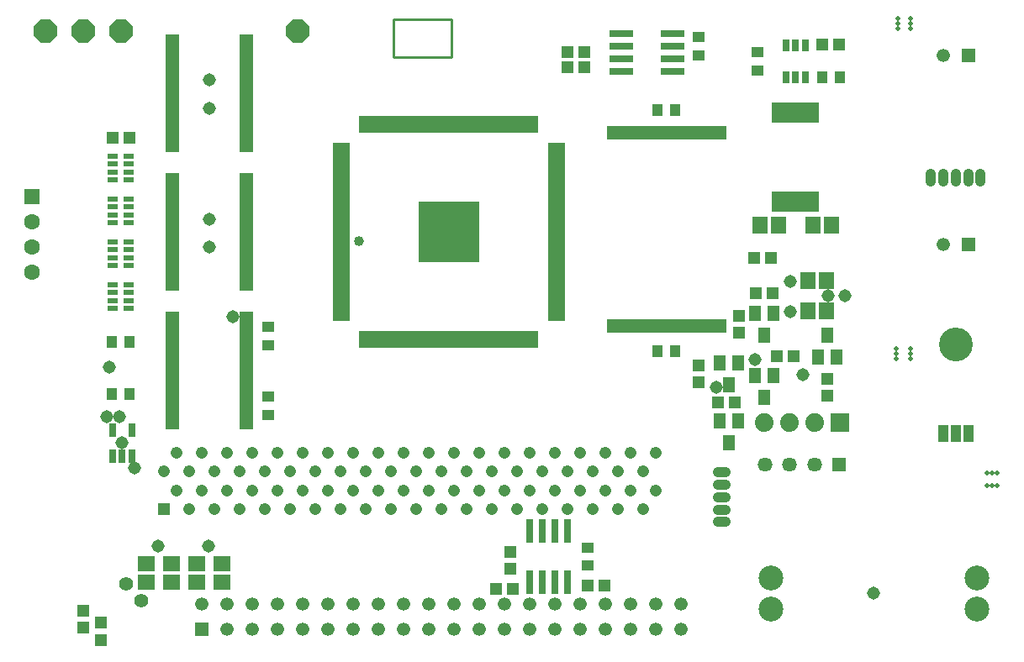
<source format=gts>
G75*
%MOIN*%
%OFA0B0*%
%FSLAX25Y25*%
%IPPOS*%
%LPD*%
%AMOC8*
5,1,8,0,0,1.08239X$1,22.5*
%
%ADD10C,0.13398*%
%ADD11C,0.01000*%
%ADD12C,0.01981*%
%ADD13C,0.09855*%
%ADD14R,0.04737X0.04343*%
%ADD15R,0.04343X0.04737*%
%ADD16R,0.05918X0.06706*%
%ADD17R,0.05500X0.47000*%
%ADD18R,0.09461X0.03162*%
%ADD19R,0.07099X0.01981*%
%ADD20R,0.01981X0.07099*%
%ADD21R,0.24000X0.24000*%
%ADD22R,0.03162X0.05131*%
%ADD23R,0.18910X0.07887*%
%ADD24R,0.05131X0.04737*%
%ADD25R,0.02060X0.05524*%
%ADD26R,0.05209X0.05209*%
%ADD27C,0.05209*%
%ADD28R,0.03937X0.02362*%
%ADD29R,0.02965X0.05524*%
%ADD30R,0.03162X0.09461*%
%ADD31R,0.04737X0.05131*%
%ADD32OC8,0.09300*%
%ADD33C,0.04756*%
%ADD34R,0.04756X0.04756*%
%ADD35R,0.06312X0.06312*%
%ADD36C,0.06312*%
%ADD37R,0.04000X0.07000*%
%ADD38C,0.03969*%
%ADD39R,0.05761X0.05761*%
%ADD40C,0.05761*%
%ADD41R,0.07400X0.07400*%
%ADD42C,0.07400*%
%ADD43R,0.04737X0.06312*%
%ADD44R,0.06706X0.05918*%
%ADD45C,0.05156*%
%ADD46C,0.05550*%
%ADD47C,0.03975*%
D10*
X0380642Y0212575D03*
D11*
X0180657Y0326327D02*
X0180657Y0341327D01*
X0157657Y0341327D01*
X0157657Y0326327D01*
X0180657Y0326327D01*
D12*
X0357657Y0337827D03*
X0357657Y0339827D03*
X0357657Y0341827D03*
X0362657Y0341827D03*
X0362657Y0339827D03*
X0362657Y0337827D03*
X0362657Y0210827D03*
X0362657Y0208827D03*
X0362657Y0206827D03*
X0357157Y0206827D03*
X0357157Y0208827D03*
X0357157Y0210827D03*
X0393157Y0161327D03*
X0395157Y0161327D03*
X0397157Y0161327D03*
X0397157Y0156327D03*
X0395157Y0156327D03*
X0393157Y0156327D03*
D13*
X0389102Y0119732D03*
X0389102Y0107528D03*
X0307213Y0107528D03*
X0307213Y0119732D03*
D14*
X0234657Y0124783D03*
X0234657Y0131870D03*
X0107846Y0184583D03*
X0107846Y0191669D03*
X0107846Y0212220D03*
X0107846Y0219307D03*
X0278657Y0327283D03*
X0278657Y0334370D03*
X0302157Y0328370D03*
X0302157Y0321283D03*
D15*
X0327614Y0318327D03*
X0334701Y0318327D03*
X0269461Y0305454D03*
X0262374Y0305454D03*
X0262374Y0209871D03*
X0269461Y0209871D03*
X0053083Y0213402D03*
X0045996Y0213402D03*
X0045917Y0192732D03*
X0053004Y0192732D03*
D16*
X0302917Y0259827D03*
X0310398Y0259827D03*
X0323917Y0259827D03*
X0331398Y0259827D03*
X0329398Y0237827D03*
X0321917Y0237827D03*
X0321917Y0225827D03*
X0329398Y0225827D03*
D17*
X0099407Y0201984D03*
X0069907Y0201984D03*
X0069907Y0257102D03*
X0099407Y0257102D03*
X0099407Y0312220D03*
X0069907Y0312220D03*
D18*
X0247921Y0320827D03*
X0247921Y0325827D03*
X0247921Y0330827D03*
X0247921Y0335827D03*
X0268394Y0335827D03*
X0268394Y0330827D03*
X0268394Y0325827D03*
X0268394Y0320827D03*
D19*
X0222335Y0291551D03*
X0222335Y0289583D03*
X0222335Y0287614D03*
X0222335Y0285646D03*
X0222335Y0283677D03*
X0222335Y0281709D03*
X0222335Y0279740D03*
X0222335Y0277772D03*
X0222335Y0275803D03*
X0222335Y0273835D03*
X0222335Y0271866D03*
X0222335Y0269898D03*
X0222335Y0267929D03*
X0222335Y0265961D03*
X0222335Y0263992D03*
X0222335Y0262024D03*
X0222335Y0260055D03*
X0222335Y0258087D03*
X0222335Y0256118D03*
X0222335Y0254150D03*
X0222335Y0252181D03*
X0222335Y0250213D03*
X0222335Y0248244D03*
X0222335Y0246276D03*
X0222335Y0244307D03*
X0222335Y0242339D03*
X0222335Y0240370D03*
X0222335Y0238402D03*
X0222335Y0236433D03*
X0222335Y0234465D03*
X0222335Y0232496D03*
X0222335Y0230528D03*
X0222335Y0228559D03*
X0222335Y0226591D03*
X0222335Y0224622D03*
X0222335Y0222654D03*
X0136902Y0222654D03*
X0136902Y0224622D03*
X0136902Y0226591D03*
X0136902Y0228559D03*
X0136902Y0230528D03*
X0136902Y0232496D03*
X0136902Y0234465D03*
X0136902Y0236433D03*
X0136902Y0238402D03*
X0136902Y0240370D03*
X0136902Y0242339D03*
X0136902Y0244307D03*
X0136902Y0246276D03*
X0136902Y0248244D03*
X0136902Y0250213D03*
X0136902Y0252181D03*
X0136902Y0254150D03*
X0136902Y0256118D03*
X0136902Y0258087D03*
X0136902Y0260055D03*
X0136902Y0262024D03*
X0136902Y0263992D03*
X0136902Y0265961D03*
X0136902Y0267929D03*
X0136902Y0269898D03*
X0136902Y0271866D03*
X0136902Y0273835D03*
X0136902Y0275803D03*
X0136902Y0277772D03*
X0136902Y0279740D03*
X0136902Y0281709D03*
X0136902Y0283677D03*
X0136902Y0285646D03*
X0136902Y0287614D03*
X0136902Y0289583D03*
X0136902Y0291551D03*
D20*
X0145169Y0299819D03*
X0147138Y0299819D03*
X0149106Y0299819D03*
X0151075Y0299819D03*
X0153043Y0299819D03*
X0155012Y0299819D03*
X0156980Y0299819D03*
X0158949Y0299819D03*
X0160917Y0299819D03*
X0162886Y0299819D03*
X0164854Y0299819D03*
X0166823Y0299819D03*
X0168791Y0299819D03*
X0170760Y0299819D03*
X0172728Y0299819D03*
X0174697Y0299819D03*
X0176665Y0299819D03*
X0178634Y0299819D03*
X0180602Y0299819D03*
X0182571Y0299819D03*
X0184539Y0299819D03*
X0186508Y0299819D03*
X0188476Y0299819D03*
X0190445Y0299819D03*
X0192413Y0299819D03*
X0194382Y0299819D03*
X0196350Y0299819D03*
X0198319Y0299819D03*
X0200287Y0299819D03*
X0202256Y0299819D03*
X0204224Y0299819D03*
X0206193Y0299819D03*
X0208161Y0299819D03*
X0210130Y0299819D03*
X0212098Y0299819D03*
X0214067Y0299819D03*
X0214067Y0214386D03*
X0212098Y0214386D03*
X0210130Y0214386D03*
X0208161Y0214386D03*
X0206193Y0214386D03*
X0204224Y0214386D03*
X0202256Y0214386D03*
X0200287Y0214386D03*
X0198319Y0214386D03*
X0196350Y0214386D03*
X0194382Y0214386D03*
X0192413Y0214386D03*
X0190445Y0214386D03*
X0188476Y0214386D03*
X0186508Y0214386D03*
X0184539Y0214386D03*
X0182571Y0214386D03*
X0180602Y0214386D03*
X0178634Y0214386D03*
X0176665Y0214386D03*
X0174697Y0214386D03*
X0172728Y0214386D03*
X0170760Y0214386D03*
X0168791Y0214386D03*
X0166823Y0214386D03*
X0164854Y0214386D03*
X0162886Y0214386D03*
X0160917Y0214386D03*
X0158949Y0214386D03*
X0156980Y0214386D03*
X0155012Y0214386D03*
X0153043Y0214386D03*
X0151075Y0214386D03*
X0149106Y0214386D03*
X0147138Y0214386D03*
X0145169Y0214386D03*
D21*
X0179618Y0257102D03*
D22*
X0313417Y0318528D03*
X0317157Y0318528D03*
X0320898Y0318528D03*
X0320898Y0331126D03*
X0317157Y0331126D03*
X0313417Y0331126D03*
D23*
X0317157Y0304543D03*
X0317157Y0269110D03*
D24*
X0307504Y0246827D03*
X0300811Y0246827D03*
X0301311Y0232827D03*
X0308004Y0232827D03*
X0309811Y0207827D03*
X0316504Y0207827D03*
X0293004Y0189327D03*
X0286311Y0189327D03*
X0241504Y0116827D03*
X0234811Y0116827D03*
X0205004Y0115327D03*
X0198311Y0115327D03*
X0053004Y0294327D03*
X0046311Y0294327D03*
X0226811Y0322327D03*
X0226811Y0328327D03*
X0233504Y0328327D03*
X0233504Y0322327D03*
X0327811Y0331327D03*
X0334504Y0331327D03*
D25*
X0288555Y0296472D03*
X0286587Y0296472D03*
X0284618Y0296472D03*
X0282650Y0296472D03*
X0280681Y0296472D03*
X0278713Y0296472D03*
X0276744Y0296472D03*
X0274776Y0296472D03*
X0272807Y0296472D03*
X0270839Y0296472D03*
X0268870Y0296472D03*
X0266902Y0296472D03*
X0264933Y0296472D03*
X0262965Y0296472D03*
X0260996Y0296472D03*
X0259028Y0296472D03*
X0257059Y0296472D03*
X0255091Y0296472D03*
X0253122Y0296472D03*
X0251154Y0296472D03*
X0249185Y0296472D03*
X0247217Y0296472D03*
X0245248Y0296472D03*
X0243280Y0296472D03*
X0243280Y0219701D03*
X0245248Y0219701D03*
X0247217Y0219701D03*
X0249185Y0219701D03*
X0251154Y0219701D03*
X0253122Y0219701D03*
X0255091Y0219701D03*
X0257059Y0219701D03*
X0259028Y0219701D03*
X0260996Y0219701D03*
X0262965Y0219701D03*
X0264933Y0219701D03*
X0266902Y0219701D03*
X0268870Y0219701D03*
X0270839Y0219701D03*
X0272807Y0219701D03*
X0274776Y0219701D03*
X0276744Y0219701D03*
X0278713Y0219701D03*
X0280681Y0219701D03*
X0282650Y0219701D03*
X0284618Y0219701D03*
X0286587Y0219701D03*
X0288555Y0219701D03*
D26*
X0385642Y0252181D03*
X0385642Y0327260D03*
X0081508Y0099307D03*
D27*
X0091508Y0099307D03*
X0091508Y0109307D03*
X0081508Y0109307D03*
X0101508Y0109307D03*
X0111508Y0109307D03*
X0121508Y0109307D03*
X0121508Y0099307D03*
X0111508Y0099307D03*
X0101508Y0099307D03*
X0131508Y0099307D03*
X0141508Y0099307D03*
X0141508Y0109307D03*
X0131508Y0109307D03*
X0151508Y0109307D03*
X0161508Y0109307D03*
X0171508Y0109307D03*
X0171508Y0099307D03*
X0161508Y0099307D03*
X0151508Y0099307D03*
X0181508Y0099307D03*
X0191508Y0099307D03*
X0191508Y0109307D03*
X0181508Y0109307D03*
X0201508Y0109307D03*
X0211508Y0109307D03*
X0221508Y0109307D03*
X0221508Y0099307D03*
X0211508Y0099307D03*
X0201508Y0099307D03*
X0231508Y0099307D03*
X0241508Y0099307D03*
X0251508Y0099307D03*
X0251508Y0109307D03*
X0241508Y0109307D03*
X0231508Y0109307D03*
X0261508Y0109307D03*
X0271508Y0109307D03*
X0271508Y0099307D03*
X0261508Y0099307D03*
X0375642Y0252181D03*
X0375642Y0327260D03*
D28*
X0052780Y0287244D03*
X0052780Y0284094D03*
X0052780Y0280945D03*
X0052780Y0277795D03*
X0046480Y0277795D03*
X0046480Y0280945D03*
X0046480Y0284094D03*
X0046480Y0287244D03*
X0046480Y0270244D03*
X0046480Y0267094D03*
X0046480Y0263945D03*
X0046480Y0260795D03*
X0052780Y0260795D03*
X0052780Y0263945D03*
X0052780Y0267094D03*
X0052780Y0270244D03*
X0052780Y0253244D03*
X0052780Y0250094D03*
X0052780Y0246945D03*
X0052780Y0243795D03*
X0046480Y0243795D03*
X0046480Y0246945D03*
X0046480Y0250094D03*
X0046480Y0253244D03*
X0046480Y0236244D03*
X0046480Y0233094D03*
X0046480Y0229945D03*
X0046480Y0226795D03*
X0052780Y0226795D03*
X0052780Y0229945D03*
X0052780Y0233094D03*
X0052780Y0236244D03*
D29*
X0053898Y0178445D03*
X0046417Y0178445D03*
X0046417Y0168209D03*
X0050157Y0168209D03*
X0053898Y0168209D03*
D30*
X0211657Y0138563D03*
X0216657Y0138563D03*
X0221657Y0138563D03*
X0226657Y0138563D03*
X0226657Y0118091D03*
X0221657Y0118091D03*
X0216657Y0118091D03*
X0211657Y0118091D03*
D31*
X0041657Y0095291D03*
X0041657Y0101984D03*
X0034657Y0099980D03*
X0034657Y0106673D03*
X0204157Y0123480D03*
X0204157Y0130173D03*
X0278657Y0197480D03*
X0278657Y0204173D03*
X0294657Y0216980D03*
X0294657Y0223673D03*
X0329657Y0198673D03*
X0329657Y0191980D03*
D32*
X0119657Y0336827D03*
X0049657Y0336827D03*
X0034657Y0336827D03*
X0019657Y0336827D03*
D33*
X0071606Y0169622D03*
X0066606Y0162122D03*
X0071606Y0154622D03*
X0076606Y0147122D03*
X0081606Y0154622D03*
X0076606Y0162122D03*
X0081606Y0169622D03*
X0086606Y0162122D03*
X0091606Y0154622D03*
X0086606Y0147122D03*
X0096606Y0147122D03*
X0101606Y0154622D03*
X0096606Y0162122D03*
X0091606Y0169622D03*
X0101606Y0169622D03*
X0106606Y0162122D03*
X0111606Y0154622D03*
X0106606Y0147122D03*
X0116606Y0147122D03*
X0121606Y0154622D03*
X0116606Y0162122D03*
X0111606Y0169622D03*
X0121606Y0169622D03*
X0126606Y0162122D03*
X0131606Y0154622D03*
X0126606Y0147122D03*
X0136606Y0147122D03*
X0141606Y0154622D03*
X0136606Y0162122D03*
X0131606Y0169622D03*
X0141606Y0169622D03*
X0146606Y0162122D03*
X0151606Y0154622D03*
X0146606Y0147122D03*
X0156606Y0147122D03*
X0161606Y0154622D03*
X0156606Y0162122D03*
X0151606Y0169622D03*
X0161606Y0169622D03*
X0166606Y0162122D03*
X0171606Y0154622D03*
X0166606Y0147122D03*
X0176606Y0147122D03*
X0181606Y0154622D03*
X0176606Y0162122D03*
X0171606Y0169622D03*
X0181606Y0169622D03*
X0186606Y0162122D03*
X0191606Y0154622D03*
X0186606Y0147122D03*
X0196606Y0147122D03*
X0201606Y0154622D03*
X0196606Y0162122D03*
X0191606Y0169622D03*
X0201606Y0169622D03*
X0206606Y0162122D03*
X0211606Y0154622D03*
X0206606Y0147122D03*
X0216606Y0147122D03*
X0221606Y0154622D03*
X0216606Y0162122D03*
X0211606Y0169622D03*
X0221606Y0169622D03*
X0226606Y0162122D03*
X0231606Y0154622D03*
X0226606Y0147122D03*
X0236606Y0147122D03*
X0241606Y0154622D03*
X0236606Y0162122D03*
X0231606Y0169622D03*
X0241606Y0169622D03*
X0246606Y0162122D03*
X0251606Y0154622D03*
X0246606Y0147122D03*
X0256606Y0147122D03*
X0261606Y0154622D03*
X0256606Y0162122D03*
X0251606Y0169622D03*
X0261606Y0169622D03*
D34*
X0066606Y0147122D03*
D35*
X0014500Y0271118D03*
D36*
X0014500Y0261118D03*
X0014500Y0251118D03*
X0014500Y0241118D03*
D37*
X0375642Y0177102D03*
X0380642Y0177102D03*
X0385642Y0177102D03*
D38*
X0289470Y0161669D02*
X0286302Y0161669D01*
X0286302Y0156748D02*
X0289470Y0156748D01*
X0289470Y0151827D02*
X0286302Y0151827D01*
X0286302Y0146906D02*
X0289470Y0146906D01*
X0289470Y0141984D02*
X0286302Y0141984D01*
X0370799Y0277014D02*
X0370799Y0280183D01*
X0375720Y0280183D02*
X0375720Y0277014D01*
X0380642Y0277014D02*
X0380642Y0280183D01*
X0385563Y0280183D02*
X0385563Y0277014D01*
X0390484Y0277014D02*
X0390484Y0280183D01*
D39*
X0334421Y0164740D03*
D40*
X0324579Y0164740D03*
X0314736Y0164740D03*
X0304894Y0164740D03*
D41*
X0334657Y0181327D03*
D42*
X0324657Y0181327D03*
X0314657Y0181327D03*
X0304657Y0181327D03*
D43*
X0294398Y0182157D03*
X0286917Y0182157D03*
X0290657Y0173496D03*
X0304657Y0191496D03*
X0300917Y0200157D03*
X0308398Y0200157D03*
X0294398Y0205157D03*
X0286917Y0205157D03*
X0290657Y0196496D03*
X0304657Y0215996D03*
X0300917Y0224657D03*
X0308398Y0224657D03*
X0329657Y0216157D03*
X0325917Y0207496D03*
X0333398Y0207496D03*
D44*
X0089657Y0125567D03*
X0089657Y0118087D03*
X0079657Y0118087D03*
X0079657Y0125567D03*
X0069657Y0125567D03*
X0069657Y0118087D03*
X0059657Y0118087D03*
X0059657Y0125567D03*
D45*
X0064445Y0132543D03*
X0084445Y0132543D03*
X0055157Y0163327D03*
X0050157Y0173327D03*
X0049157Y0183827D03*
X0044157Y0183827D03*
X0045157Y0203327D03*
X0093909Y0223362D03*
X0084657Y0251236D03*
X0084657Y0262220D03*
X0084657Y0306039D03*
X0084657Y0317614D03*
X0285657Y0195327D03*
X0301157Y0206327D03*
X0320157Y0200327D03*
X0315157Y0225327D03*
X0330157Y0231827D03*
X0336657Y0231827D03*
X0315157Y0237327D03*
X0348157Y0113827D03*
D46*
X0057657Y0110827D03*
X0051657Y0117327D03*
D47*
X0144157Y0253327D03*
M02*

</source>
